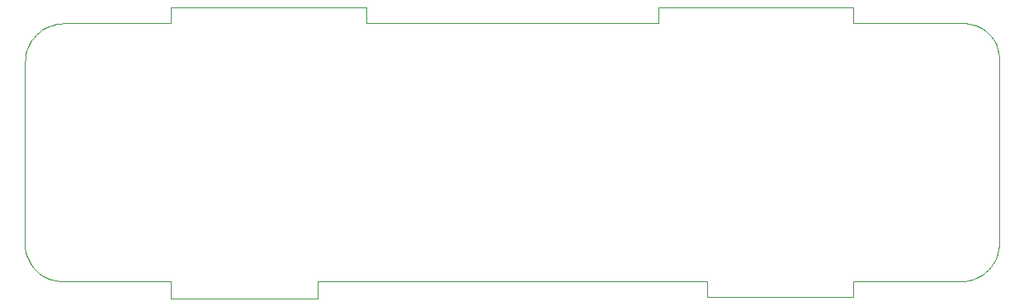
<source format=gbr>
G04 #@! TF.GenerationSoftware,KiCad,Pcbnew,5.1.4-e60b266~84~ubuntu19.04.1*
G04 #@! TF.CreationDate,2019-09-15T17:49:51+02:00*
G04 #@! TF.ProjectId,middle,6d696464-6c65-42e6-9b69-6361645f7063,rev?*
G04 #@! TF.SameCoordinates,Original*
G04 #@! TF.FileFunction,Profile,NP*
%FSLAX46Y46*%
G04 Gerber Fmt 4.6, Leading zero omitted, Abs format (unit mm)*
G04 Created by KiCad (PCBNEW 5.1.4-e60b266~84~ubuntu19.04.1) date 2019-09-15 17:49:51*
%MOMM*%
%LPD*%
G04 APERTURE LIST*
%ADD10C,0.100000*%
G04 APERTURE END LIST*
D10*
X-45966593Y42995930D02*
X-45000002Y43000000D01*
X-45000002Y43000000D02*
X-41000002Y42999999D01*
X-41000002Y42999999D02*
X-35000001Y42999999D01*
X-35000001Y42999999D02*
X-35000001Y44600000D01*
X-35000001Y44600000D02*
X-15000001Y44600000D01*
X-15000001Y44600000D02*
X-15000001Y42999999D01*
X-15000001Y42999999D02*
X14999999Y42999999D01*
X14999999Y42999999D02*
X14999999Y44600000D01*
X14999999Y44600000D02*
X34999999Y44600000D01*
X34999999Y44600000D02*
X34999999Y43000000D01*
X34999999Y43000000D02*
X39999999Y43000000D01*
X39999999Y43000000D02*
X42999999Y43000000D01*
X42999999Y43000000D02*
X46066819Y43029340D01*
X46066819Y43029340D02*
X46476160Y43013758D01*
X46476160Y43013758D02*
X46872028Y42960184D01*
X46872028Y42960184D02*
X47252641Y42870300D01*
X47252641Y42870300D02*
X47616211Y42745788D01*
X47616211Y42745788D02*
X47960955Y42588331D01*
X47960955Y42588331D02*
X48285086Y42399610D01*
X48285086Y42399610D02*
X48586820Y42181308D01*
X48586820Y42181308D02*
X48864372Y41935107D01*
X48864372Y41935107D02*
X49115955Y41662688D01*
X49115955Y41662688D02*
X49339787Y41365734D01*
X49339787Y41365734D02*
X49534080Y41045928D01*
X49534080Y41045928D02*
X49697051Y40704951D01*
X49697051Y40704951D02*
X49826913Y40344485D01*
X49826913Y40344485D02*
X49921882Y39966212D01*
X49921882Y39966212D02*
X49980172Y39571815D01*
X49980172Y39571815D02*
X49999999Y39162976D01*
X49999999Y39162976D02*
X49999999Y20523496D01*
X49999999Y20523496D02*
X49979555Y20112237D01*
X49979555Y20112237D02*
X49919522Y19710975D01*
X49919522Y19710975D02*
X49821845Y19321987D01*
X49821845Y19321987D02*
X49688469Y18947547D01*
X49688469Y18947547D02*
X49521342Y18589930D01*
X49521342Y18589930D02*
X49322408Y18251412D01*
X49322408Y18251412D02*
X49093613Y17934268D01*
X49093613Y17934268D02*
X48836904Y17640772D01*
X48836904Y17640772D02*
X48554226Y17373201D01*
X48554226Y17373201D02*
X48247525Y17133829D01*
X48247525Y17133829D02*
X47918748Y16924932D01*
X47918748Y16924932D02*
X47569839Y16748784D01*
X47569839Y16748784D02*
X47202745Y16607661D01*
X47202745Y16607661D02*
X46819411Y16503838D01*
X46819411Y16503838D02*
X46421784Y16439590D01*
X46421784Y16439590D02*
X46011809Y16417193D01*
X46011809Y16417193D02*
X35999999Y16399993D01*
X35999999Y16399993D02*
X34999999Y16399993D01*
X34999999Y16399993D02*
X34999999Y14799991D01*
X34999999Y14799991D02*
X33999999Y14799991D01*
X33999999Y14799991D02*
X32999999Y14799991D01*
X32999999Y14799991D02*
X20999999Y14799991D01*
X20999999Y14799991D02*
X19999999Y14799991D01*
X19999999Y14799991D02*
X19999999Y15500888D01*
X19999999Y15500888D02*
X19999999Y16399995D01*
X19999999Y16399995D02*
X-20000001Y16399995D01*
X-20000001Y16399995D02*
X-20000001Y14700885D01*
X-20000001Y14700885D02*
X-21000001Y14700885D01*
X-21000001Y14700885D02*
X-26000001Y14700885D01*
X-26000001Y14700885D02*
X-34000001Y14700885D01*
X-34000001Y14700885D02*
X-35000001Y14700885D01*
X-35000001Y14700885D02*
X-35000001Y15500888D01*
X-35000001Y15500888D02*
X-35000001Y16399995D01*
X-35000001Y16399995D02*
X-36000001Y16399995D01*
X-36000001Y16399995D02*
X-46000001Y16423255D01*
X-46000001Y16423255D02*
X-46410212Y16443563D01*
X-46410212Y16443563D02*
X-46808508Y16501426D01*
X-46808508Y16501426D02*
X-47192879Y16595182D01*
X-47192879Y16595182D02*
X-47561317Y16723166D01*
X-47561317Y16723166D02*
X-47911812Y16883713D01*
X-47911812Y16883713D02*
X-48242355Y17075161D01*
X-48242355Y17075161D02*
X-48550936Y17295844D01*
X-48550936Y17295844D02*
X-48835546Y17544099D01*
X-48835546Y17544099D02*
X-49094176Y17818262D01*
X-49094176Y17818262D02*
X-49324816Y18116669D01*
X-49324816Y18116669D02*
X-49525457Y18437656D01*
X-49525457Y18437656D02*
X-49694090Y18779558D01*
X-49694090Y18779558D02*
X-49828705Y19140712D01*
X-49828705Y19140712D02*
X-49927293Y19519453D01*
X-49927293Y19519453D02*
X-49987845Y19914118D01*
X-49987845Y19914118D02*
X-50008352Y20323043D01*
X-50008352Y20323043D02*
X-49999952Y38983077D01*
X-49999952Y38983077D02*
X-49978837Y39393227D01*
X-49978837Y39393227D02*
X-49917246Y39791357D01*
X-49917246Y39791357D02*
X-49817255Y40175490D01*
X-49817255Y40175490D02*
X-49680936Y40543650D01*
X-49680936Y40543650D02*
X-49510364Y40893859D01*
X-49510364Y40893859D02*
X-49307612Y41224139D01*
X-49307612Y41224139D02*
X-49074756Y41532515D01*
X-49074756Y41532515D02*
X-48813869Y41817008D01*
X-48813869Y41817008D02*
X-48527024Y42075641D01*
X-48527024Y42075641D02*
X-48216298Y42306439D01*
X-48216298Y42306439D02*
X-47883762Y42507422D01*
X-47883762Y42507422D02*
X-47531491Y42676614D01*
X-47531491Y42676614D02*
X-47161561Y42812039D01*
X-47161561Y42812039D02*
X-46776043Y42911718D01*
X-46776043Y42911718D02*
X-46377013Y42973675D01*
X-46377013Y42973675D02*
X-45966545Y42995933D01*
X-45966545Y42995933D02*
X-45966593Y42995930D01*
X-45966593Y42995930D02*
X-45966593Y42995930D01*
M02*

</source>
